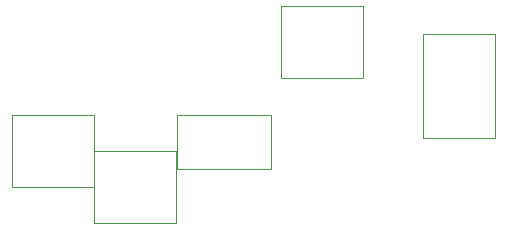
<source format=gbr>
G04 #@! TF.GenerationSoftware,KiCad,Pcbnew,(6.0.0)*
G04 #@! TF.CreationDate,2022-02-21T14:52:47-06:00*
G04 #@! TF.ProjectId,temp sensor,74656d70-2073-4656-9e73-6f722e6b6963,0.3*
G04 #@! TF.SameCoordinates,Original*
G04 #@! TF.FileFunction,Other,User*
%FSLAX45Y45*%
G04 Gerber Fmt 4.5, Leading zero omitted, Abs format (unit mm)*
G04 Created by KiCad (PCBNEW (6.0.0)) date 2022-02-21 14:52:47*
%MOMM*%
%LPD*%
G01*
G04 APERTURE LIST*
%ADD10C,0.050000*%
G04 APERTURE END LIST*
D10*
G04 #@! TO.C,J4*
X15956500Y-9705000D02*
X16566500Y-9705000D01*
X15956500Y-8825000D02*
X15956500Y-9705000D01*
X16566500Y-8825000D02*
X16566500Y-9705000D01*
X16566500Y-8825000D02*
X15956500Y-8825000D01*
G04 #@! TO.C,J3*
X14671000Y-9512000D02*
X14671000Y-9962000D01*
X13871000Y-9962000D02*
X13871000Y-9512000D01*
X13871000Y-9512000D02*
X14671000Y-9512000D01*
X14671000Y-9962000D02*
X13871000Y-9962000D01*
G04 #@! TO.C,J2*
X13864800Y-9815000D02*
X13864800Y-10425000D01*
X13174800Y-9815000D02*
X13864800Y-9815000D01*
X13864800Y-10425000D02*
X13174800Y-10425000D01*
X13174800Y-10425000D02*
X13174800Y-9815000D01*
G04 #@! TO.C,J6*
X12479800Y-9505000D02*
X13169800Y-9505000D01*
X13169800Y-10115000D02*
X12479800Y-10115000D01*
X12479800Y-10115000D02*
X12479800Y-9505000D01*
X13169800Y-9505000D02*
X13169800Y-10115000D01*
G04 #@! TO.C,J5*
X15444800Y-9195000D02*
X14754800Y-9195000D01*
X14754800Y-8585000D02*
X15444800Y-8585000D01*
X15444800Y-8585000D02*
X15444800Y-9195000D01*
X14754800Y-9195000D02*
X14754800Y-8585000D01*
G04 #@! TD*
M02*

</source>
